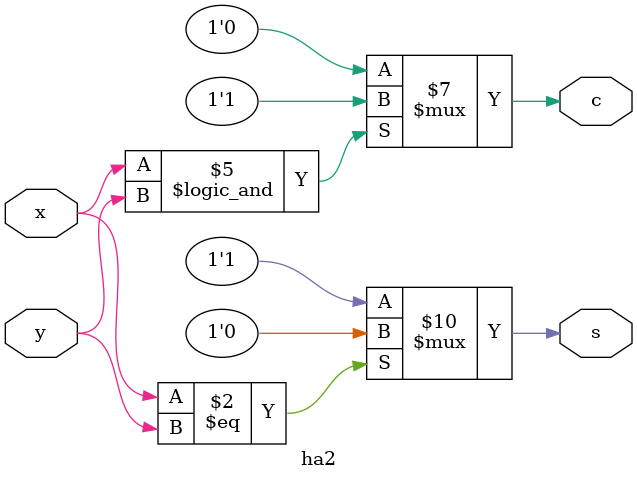
<source format=v>
module ha2(x,y,s,c);
input x,y;
output reg s,c;

always@(*)
begin
    if(x==y)
    s = 1'b0;
    else 
    s = 1'b1;

    if(x==1 && y==1)
    c = 1'b1;
    else 
    c=1'b0;
end

endmodule
</source>
